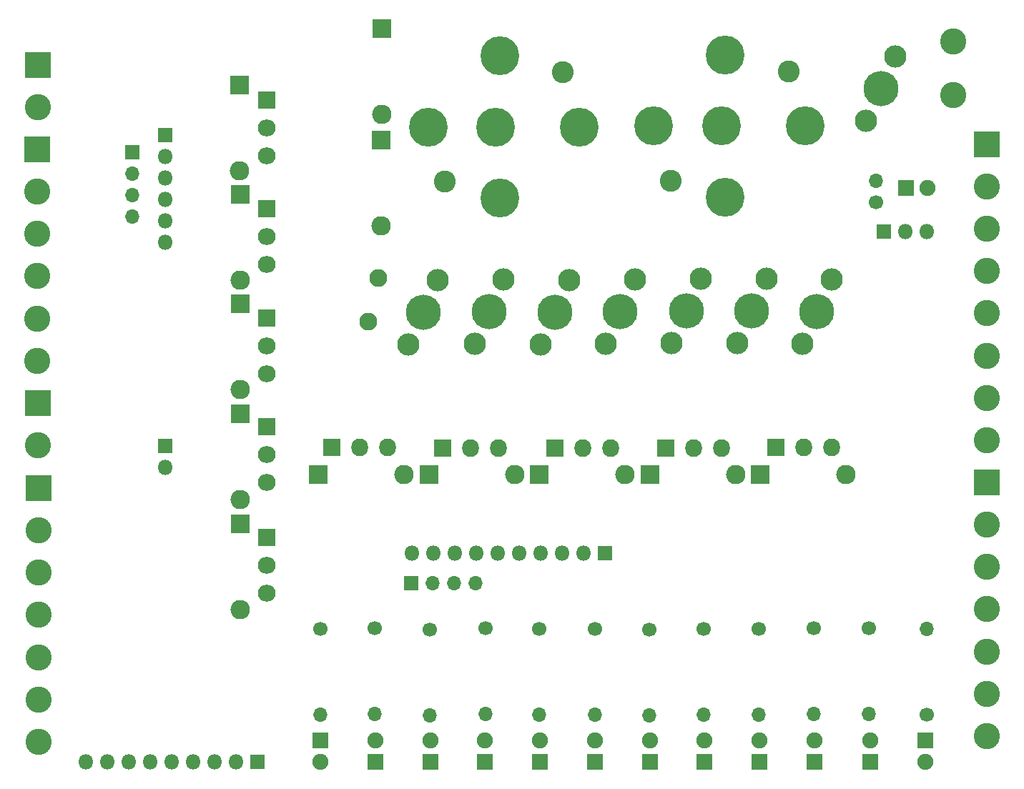
<source format=gbr>
%TF.GenerationSoftware,KiCad,Pcbnew,(5.1.6)-1*%
%TF.CreationDate,2022-12-03T16:30:31-08:00*%
%TF.ProjectId,DP1600iAuxTop,44503136-3030-4694-9175-78546f702e6b,rev?*%
%TF.SameCoordinates,Original*%
%TF.FileFunction,Soldermask,Bot*%
%TF.FilePolarity,Negative*%
%FSLAX46Y46*%
G04 Gerber Fmt 4.6, Leading zero omitted, Abs format (unit mm)*
G04 Created by KiCad (PCBNEW (5.1.6)-1) date 2022-12-03 16:30:31*
%MOMM*%
%LPD*%
G01*
G04 APERTURE LIST*
%ADD10O,1.700000X1.700000*%
%ADD11R,1.700000X1.700000*%
%ADD12C,1.900000*%
%ADD13R,1.900000X1.900000*%
%ADD14C,1.700000*%
%ADD15O,1.800000X1.800000*%
%ADD16R,1.800000X1.800000*%
%ADD17R,2.100000X2.005000*%
%ADD18O,2.100000X2.005000*%
%ADD19R,2.005000X2.100000*%
%ADD20O,2.005000X2.100000*%
%ADD21C,3.100000*%
%ADD22R,3.100000X3.100000*%
%ADD23C,2.110000*%
%ADD24O,2.300000X2.300000*%
%ADD25R,2.300000X2.300000*%
%ADD26C,4.600000*%
%ADD27C,2.600000*%
%ADD28C,4.164000*%
%ADD29C,2.640000*%
G04 APERTURE END LIST*
D10*
%TO.C,RN2*%
X157467300Y-100050600D03*
X154927300Y-100050600D03*
X152387300Y-100050600D03*
D11*
X149847300Y-100050600D03*
%TD*%
D10*
%TO.C,RN1*%
X116827300Y-56603900D03*
X116827300Y-54063900D03*
X116827300Y-51523900D03*
D11*
X116827300Y-48983900D03*
%TD*%
D12*
%TO.C,D20*%
X139014200Y-121246900D03*
D13*
X139014200Y-118706900D03*
%TD*%
D10*
%TO.C,R1*%
X204876400Y-52451000D03*
D14*
X204876400Y-54991000D03*
%TD*%
D12*
%TO.C,D2*%
X210921600Y-53263800D03*
D13*
X208381600Y-53263800D03*
%TD*%
D15*
%TO.C,J20*%
X210820000Y-58420000D03*
X208280000Y-58420000D03*
D16*
X205740000Y-58420000D03*
%TD*%
D15*
%TO.C,J5*%
X120650000Y-86360000D03*
D16*
X120650000Y-83820000D03*
%TD*%
D15*
%TO.C,J1*%
X149860000Y-96520000D03*
X152400000Y-96520000D03*
X154940000Y-96520000D03*
X157480000Y-96520000D03*
X160020000Y-96520000D03*
X162560000Y-96520000D03*
X165100000Y-96520000D03*
X167640000Y-96520000D03*
X170180000Y-96520000D03*
D16*
X172720000Y-96520000D03*
%TD*%
D15*
%TO.C,J13*%
X120650000Y-59690000D03*
X120650000Y-57150000D03*
X120650000Y-54610000D03*
X120650000Y-52070000D03*
X120650000Y-49530000D03*
D16*
X120650000Y-46990000D03*
%TD*%
D15*
%TO.C,J23*%
X111302800Y-121285000D03*
X113842800Y-121285000D03*
X116382800Y-121285000D03*
X118922800Y-121285000D03*
X121462800Y-121285000D03*
X124002800Y-121285000D03*
X126542800Y-121285000D03*
X129082800Y-121285000D03*
D16*
X131622800Y-121285000D03*
%TD*%
D17*
%TO.C,Q10*%
X132740400Y-94691200D03*
D18*
X132740400Y-97993200D03*
X132740400Y-101295200D03*
%TD*%
D17*
%TO.C,Q9*%
X132715000Y-81559400D03*
D18*
X132715000Y-84861400D03*
X132715000Y-88163400D03*
%TD*%
D19*
%TO.C,Q8*%
X153543000Y-84074000D03*
D20*
X156845000Y-84074000D03*
X160147000Y-84074000D03*
%TD*%
D19*
%TO.C,Q7*%
X140411200Y-83997800D03*
D20*
X143713200Y-83997800D03*
X147015200Y-83997800D03*
%TD*%
D17*
%TO.C,Q6*%
X132740400Y-68681600D03*
D18*
X132740400Y-71983600D03*
X132740400Y-75285600D03*
%TD*%
D17*
%TO.C,Q5*%
X132715000Y-55702200D03*
D18*
X132715000Y-59004200D03*
X132715000Y-62306200D03*
%TD*%
D19*
%TO.C,Q4*%
X179908200Y-84099400D03*
D20*
X183210200Y-84099400D03*
X186512200Y-84099400D03*
%TD*%
D19*
%TO.C,Q3*%
X166827200Y-84074000D03*
D20*
X170129200Y-84074000D03*
X173431200Y-84074000D03*
%TD*%
D17*
%TO.C,Q2*%
X132740400Y-42849800D03*
D18*
X132740400Y-46151800D03*
X132740400Y-49453800D03*
%TD*%
D19*
%TO.C,Q1*%
X192963800Y-83997800D03*
D20*
X196265800Y-83997800D03*
X199567800Y-83997800D03*
%TD*%
D21*
%TO.C,J32*%
X217932000Y-93167200D03*
X217932000Y-98167200D03*
X217932000Y-103167200D03*
X217932000Y-108167200D03*
X217932000Y-113167200D03*
D22*
X217932000Y-88167200D03*
D21*
X217932000Y-118167200D03*
%TD*%
%TO.C,J31*%
X217957400Y-58115200D03*
X217957400Y-63115200D03*
X217957400Y-68115200D03*
X217957400Y-73115200D03*
X217957400Y-78115200D03*
X217957400Y-53115200D03*
D22*
X217957400Y-48115200D03*
D21*
X217957400Y-83115200D03*
%TD*%
D10*
%TO.C,R22*%
X171551600Y-115646200D03*
D14*
X171551600Y-105486200D03*
%TD*%
D10*
%TO.C,R21*%
X164922200Y-115646200D03*
D14*
X164922200Y-105486200D03*
%TD*%
D10*
%TO.C,R20*%
X184429400Y-115646200D03*
D14*
X184429400Y-105486200D03*
%TD*%
D10*
%TO.C,R19*%
X178028600Y-115747800D03*
D14*
X178028600Y-105587800D03*
%TD*%
D10*
%TO.C,R18*%
X139014200Y-115671600D03*
D14*
X139014200Y-105511600D03*
%TD*%
D10*
%TO.C,R13*%
X158597600Y-115595400D03*
D14*
X158597600Y-105435400D03*
%TD*%
D10*
%TO.C,R12*%
X152044400Y-115722400D03*
D14*
X152044400Y-105562400D03*
%TD*%
D10*
%TO.C,R11*%
X197485000Y-115595400D03*
D14*
X197485000Y-105435400D03*
%TD*%
D10*
%TO.C,R10*%
X190931800Y-115620800D03*
D14*
X190931800Y-105460800D03*
%TD*%
D10*
%TO.C,R9*%
X145516600Y-115570000D03*
D14*
X145516600Y-105410000D03*
%TD*%
D10*
%TO.C,R8*%
X203987400Y-115595400D03*
D14*
X203987400Y-105435400D03*
%TD*%
D10*
%TO.C,R7*%
X210820000Y-105486200D03*
D14*
X210820000Y-115646200D03*
%TD*%
D23*
%TO.C,F2*%
X145929200Y-63962600D03*
X144729200Y-69062600D03*
%TD*%
D24*
%TO.C,D34*%
X146227800Y-57759600D03*
D25*
X146227800Y-47599600D03*
%TD*%
D24*
%TO.C,D29*%
X129565400Y-103174800D03*
D25*
X129565400Y-93014800D03*
%TD*%
D24*
%TO.C,D28*%
X162077400Y-87198200D03*
D25*
X151917400Y-87198200D03*
%TD*%
D24*
%TO.C,D27*%
X129565400Y-90170000D03*
D25*
X129565400Y-80010000D03*
%TD*%
D24*
%TO.C,D26*%
X148920200Y-87198200D03*
D25*
X138760200Y-87198200D03*
%TD*%
D24*
%TO.C,D21*%
X146329400Y-44526200D03*
D25*
X146329400Y-34366200D03*
%TD*%
D24*
%TO.C,D13*%
X129540000Y-77165200D03*
D25*
X129540000Y-67005200D03*
%TD*%
D24*
%TO.C,D12*%
X129540000Y-64185800D03*
D25*
X129540000Y-54025800D03*
%TD*%
D24*
%TO.C,D11*%
X188214000Y-87198200D03*
D25*
X178054000Y-87198200D03*
%TD*%
D24*
%TO.C,D10*%
X175158400Y-87172800D03*
D25*
X164998400Y-87172800D03*
%TD*%
D24*
%TO.C,D9*%
X129514600Y-51231800D03*
D25*
X129514600Y-41071800D03*
%TD*%
D24*
%TO.C,D8*%
X201244200Y-87198200D03*
D25*
X191084200Y-87198200D03*
%TD*%
D21*
%TO.C,J30*%
X214020400Y-35941000D03*
X214020400Y-42291000D03*
%TD*%
D26*
%TO.C,K2*%
X169697400Y-46024800D03*
X159797400Y-46024800D03*
X151797400Y-46024800D03*
X160297400Y-54474800D03*
X160297400Y-37574800D03*
D27*
X167797400Y-39524800D03*
X153797400Y-52524800D03*
%TD*%
D26*
%TO.C,K1*%
X196418200Y-45923200D03*
X186518200Y-45923200D03*
X178518200Y-45923200D03*
X187018200Y-54373200D03*
X187018200Y-37473200D03*
D27*
X194518200Y-39423200D03*
X180518200Y-52423200D03*
%TD*%
D21*
%TO.C,J36*%
X105664000Y-113842800D03*
X105664000Y-108842800D03*
X105664000Y-103842800D03*
X105664000Y-98842800D03*
X105664000Y-93842800D03*
X105664000Y-118842800D03*
D22*
X105664000Y-88842800D03*
%TD*%
D21*
%TO.C,J35*%
X105638600Y-83759000D03*
D22*
X105638600Y-78759000D03*
%TD*%
D21*
%TO.C,J34*%
X105562400Y-73710800D03*
X105562400Y-68710800D03*
X105562400Y-63710800D03*
X105562400Y-58710800D03*
X105562400Y-53710800D03*
D22*
X105562400Y-48710800D03*
%TD*%
D21*
%TO.C,J33*%
X105638600Y-43677800D03*
D22*
X105638600Y-38677800D03*
%TD*%
D28*
%TO.C,F9*%
X197840600Y-67919600D03*
D29*
X196113400Y-71729600D03*
X199567800Y-64109600D03*
%TD*%
D28*
%TO.C,F8*%
X190119000Y-67843400D03*
D29*
X188391800Y-71653400D03*
X191846200Y-64033400D03*
%TD*%
D28*
%TO.C,F7*%
X182372000Y-67843400D03*
D29*
X180644800Y-71653400D03*
X184099200Y-64033400D03*
%TD*%
D28*
%TO.C,F6*%
X174548800Y-67945000D03*
D29*
X172821600Y-71755000D03*
X176276000Y-64135000D03*
%TD*%
D28*
%TO.C,F5*%
X166827200Y-67995800D03*
D29*
X165100000Y-71805800D03*
X168554400Y-64185800D03*
%TD*%
D28*
%TO.C,F4*%
X159029400Y-67945000D03*
D29*
X157302200Y-71755000D03*
X160756600Y-64135000D03*
%TD*%
D28*
%TO.C,F3*%
X151231600Y-67995800D03*
D29*
X149504400Y-71805800D03*
X152958800Y-64185800D03*
%TD*%
D28*
%TO.C,F1*%
X205409800Y-41503600D03*
D29*
X207137000Y-37693600D03*
X203682600Y-45313600D03*
%TD*%
D12*
%TO.C,D33*%
X171551600Y-118745000D03*
D13*
X171551600Y-121285000D03*
%TD*%
D12*
%TO.C,D32*%
X165049200Y-118719600D03*
D13*
X165049200Y-121259600D03*
%TD*%
D12*
%TO.C,D31*%
X184556400Y-118719600D03*
D13*
X184556400Y-121259600D03*
%TD*%
D12*
%TO.C,D30*%
X178079400Y-118745000D03*
D13*
X178079400Y-121285000D03*
%TD*%
D12*
%TO.C,D19*%
X158521400Y-118719600D03*
D13*
X158521400Y-121259600D03*
%TD*%
D12*
%TO.C,D18*%
X152069800Y-118719600D03*
D13*
X152069800Y-121259600D03*
%TD*%
D12*
%TO.C,D17*%
X197586600Y-118745000D03*
D13*
X197586600Y-121285000D03*
%TD*%
D12*
%TO.C,D16*%
X191058800Y-118719600D03*
D13*
X191058800Y-121259600D03*
%TD*%
D12*
%TO.C,D15*%
X145567400Y-118719600D03*
D13*
X145567400Y-121259600D03*
%TD*%
D12*
%TO.C,D14*%
X204139800Y-118719600D03*
D13*
X204139800Y-121259600D03*
%TD*%
D12*
%TO.C,D1*%
X210718400Y-121234200D03*
D13*
X210718400Y-118694200D03*
%TD*%
M02*

</source>
